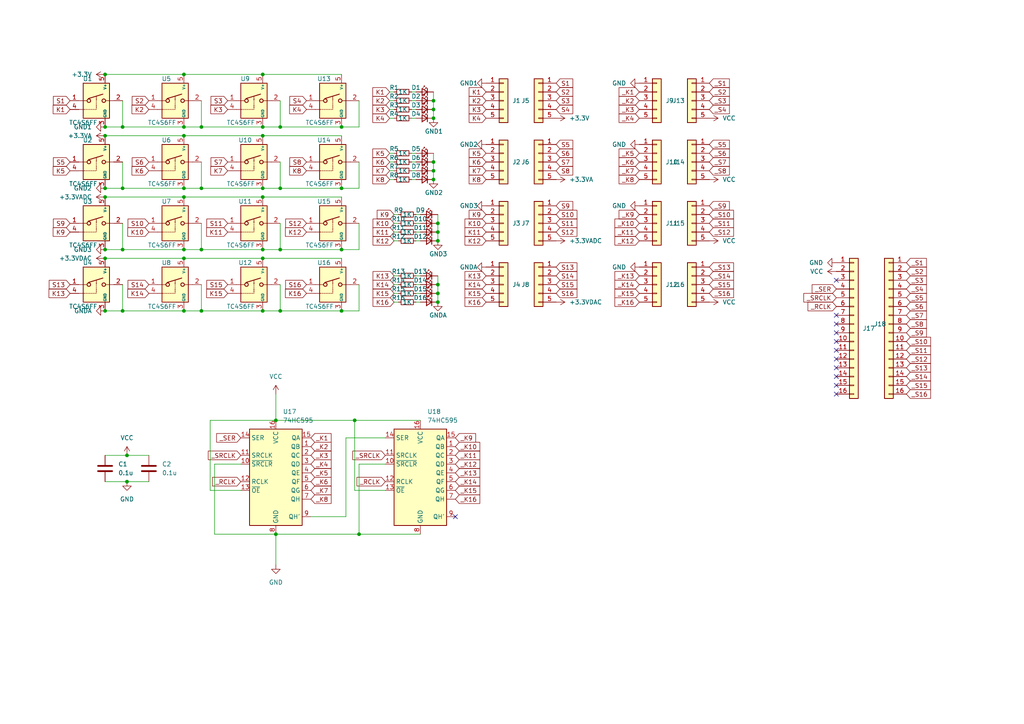
<source format=kicad_sch>
(kicad_sch (version 20211123) (generator eeschema)
  (paper "A4")
  (junction (at 76.2 54.61))
  (junction (at 53.34 57.15))
  (junction (at 30.48 74.93))
  (junction (at 53.34 90.17))
  (junction (at 125.73 29.21))
  (junction (at 30.48 57.15))
  (junction (at 127 69.85))
  (junction (at 76.2 39.37))
  (junction (at 53.34 72.39))
  (junction (at 58.42 36.83))
  (junction (at 36.83 132.08))
  (junction (at 76.2 36.83))
  (junction (at 76.2 72.39))
  (junction (at 53.34 21.59))
  (junction (at 80.01 154.94))
  (junction (at 81.28 54.61))
  (junction (at 35.56 90.17))
  (junction (at 127 67.31))
  (junction (at 53.34 54.61))
  (junction (at 30.48 90.17))
  (junction (at 30.48 72.39))
  (junction (at 36.83 139.7))
  (junction (at 99.06 72.39))
  (junction (at 76.2 57.15))
  (junction (at 53.34 39.37))
  (junction (at 76.2 90.17))
  (junction (at 35.56 72.39))
  (junction (at 30.48 36.83))
  (junction (at 125.73 34.29))
  (junction (at 35.56 54.61))
  (junction (at 81.28 90.17))
  (junction (at 81.28 72.39))
  (junction (at 127 87.63))
  (junction (at 58.42 90.17))
  (junction (at 127 64.77))
  (junction (at 30.48 39.37))
  (junction (at 76.2 21.59))
  (junction (at 30.48 21.59))
  (junction (at 99.06 36.83))
  (junction (at 30.48 54.61))
  (junction (at 58.42 54.61))
  (junction (at 58.42 72.39))
  (junction (at 127 82.55))
  (junction (at 35.56 36.83))
  (junction (at 76.2 74.93))
  (junction (at 99.06 54.61))
  (junction (at 127 85.09))
  (junction (at 125.73 49.53))
  (junction (at 125.73 46.99))
  (junction (at 81.28 36.83))
  (junction (at 53.34 74.93))
  (junction (at 125.73 52.07))
  (junction (at 102.87 121.92))
  (junction (at 99.06 90.17))
  (junction (at 80.01 121.92))
  (junction (at 104.14 154.94))
  (junction (at 53.34 36.83))
  (junction (at 125.73 31.75))
  (no_connect (at 132.08 149.86))
  (no_connect (at 242.57 93.98))
  (no_connect (at 242.57 101.6))
  (no_connect (at 242.57 114.3))
  (no_connect (at 242.57 81.28))
  (no_connect (at 242.57 106.68))
  (no_connect (at 242.57 91.44))
  (no_connect (at 242.57 104.14))
  (no_connect (at 242.57 96.52))
  (no_connect (at 242.57 99.06))
  (no_connect (at 242.57 109.22))
  (no_connect (at 242.57 111.76))
  (wire (pts (xy 53.34 90.17) (xy 58.42 90.17)))
  (wire (pts (xy 125.73 44.45) (xy 125.73 46.99)))
  (wire (pts (xy 113.03 31.75) (xy 114.3 31.75)))
  (wire (pts (xy 58.42 90.17) (xy 58.42 82.55)))
  (wire (pts (xy 53.34 36.83) (xy 58.42 36.83)))
  (wire (pts (xy 127 62.23) (xy 127 64.77)))
  (wire (pts (xy 81.28 54.61) (xy 81.28 46.99)))
  (wire (pts (xy 30.48 74.93) (xy 53.34 74.93)))
  (wire (pts (xy 35.56 90.17) (xy 35.56 82.55)))
  (wire (pts (xy 81.28 72.39) (xy 99.06 72.39)))
  (wire (pts (xy 81.28 72.39) (xy 81.28 64.77)))
  (wire (pts (xy 114.3 69.85) (xy 115.57 69.85)))
  (wire (pts (xy 35.56 72.39) (xy 53.34 72.39)))
  (wire (pts (xy 111.76 134.62) (xy 104.14 134.62)))
  (wire (pts (xy 120.65 82.55) (xy 121.92 82.55)))
  (wire (pts (xy 53.34 57.15) (xy 76.2 57.15)))
  (wire (pts (xy 127 64.77) (xy 127 67.31)))
  (wire (pts (xy 114.3 85.09) (xy 115.57 85.09)))
  (wire (pts (xy 35.56 36.83) (xy 53.34 36.83)))
  (wire (pts (xy 125.73 46.99) (xy 125.73 49.53)))
  (wire (pts (xy 99.06 54.61) (xy 104.14 54.61)))
  (wire (pts (xy 36.83 139.7) (xy 43.18 139.7)))
  (wire (pts (xy 99.06 90.17) (xy 104.14 90.17)))
  (wire (pts (xy 114.3 62.23) (xy 115.57 62.23)))
  (wire (pts (xy 58.42 36.83) (xy 58.42 29.21)))
  (wire (pts (xy 76.2 39.37) (xy 99.06 39.37)))
  (wire (pts (xy 35.56 72.39) (xy 35.56 64.77)))
  (wire (pts (xy 120.65 62.23) (xy 121.92 62.23)))
  (wire (pts (xy 30.48 54.61) (xy 35.56 54.61)))
  (wire (pts (xy 69.85 142.24) (xy 60.96 142.24)))
  (wire (pts (xy 119.38 52.07) (xy 120.65 52.07)))
  (wire (pts (xy 104.14 154.94) (xy 121.92 154.94)))
  (wire (pts (xy 119.38 49.53) (xy 120.65 49.53)))
  (wire (pts (xy 113.03 29.21) (xy 114.3 29.21)))
  (wire (pts (xy 104.14 72.39) (xy 104.14 64.77)))
  (wire (pts (xy 30.48 72.39) (xy 35.56 72.39)))
  (wire (pts (xy 36.83 132.08) (xy 43.18 132.08)))
  (wire (pts (xy 81.28 36.83) (xy 99.06 36.83)))
  (wire (pts (xy 120.65 85.09) (xy 121.92 85.09)))
  (wire (pts (xy 102.87 142.24) (xy 102.87 121.92)))
  (wire (pts (xy 114.3 80.01) (xy 115.57 80.01)))
  (wire (pts (xy 80.01 154.94) (xy 80.01 163.83)))
  (wire (pts (xy 104.14 134.62) (xy 104.14 154.94)))
  (wire (pts (xy 35.56 54.61) (xy 53.34 54.61)))
  (wire (pts (xy 127 85.09) (xy 127 87.63)))
  (wire (pts (xy 125.73 49.53) (xy 125.73 52.07)))
  (wire (pts (xy 104.14 54.61) (xy 104.14 46.99)))
  (wire (pts (xy 76.2 36.83) (xy 81.28 36.83)))
  (wire (pts (xy 76.2 54.61) (xy 81.28 54.61)))
  (wire (pts (xy 35.56 54.61) (xy 35.56 46.99)))
  (wire (pts (xy 125.73 29.21) (xy 125.73 31.75)))
  (wire (pts (xy 58.42 54.61) (xy 58.42 46.99)))
  (wire (pts (xy 80.01 114.3) (xy 80.01 121.92)))
  (wire (pts (xy 69.85 134.62) (xy 62.23 134.62)))
  (wire (pts (xy 58.42 36.83) (xy 76.2 36.83)))
  (wire (pts (xy 99.06 36.83) (xy 104.14 36.83)))
  (wire (pts (xy 114.3 67.31) (xy 115.57 67.31)))
  (wire (pts (xy 53.34 74.93) (xy 76.2 74.93)))
  (wire (pts (xy 104.14 90.17) (xy 104.14 82.55)))
  (wire (pts (xy 58.42 90.17) (xy 76.2 90.17)))
  (wire (pts (xy 120.65 87.63) (xy 121.92 87.63)))
  (wire (pts (xy 119.38 26.67) (xy 120.65 26.67)))
  (wire (pts (xy 30.48 139.7) (xy 36.83 139.7)))
  (wire (pts (xy 127 67.31) (xy 127 69.85)))
  (wire (pts (xy 80.01 121.92) (xy 102.87 121.92)))
  (wire (pts (xy 120.65 64.77) (xy 121.92 64.77)))
  (wire (pts (xy 120.65 67.31) (xy 121.92 67.31)))
  (wire (pts (xy 119.38 46.99) (xy 120.65 46.99)))
  (wire (pts (xy 114.3 87.63) (xy 115.57 87.63)))
  (wire (pts (xy 81.28 36.83) (xy 81.28 29.21)))
  (wire (pts (xy 62.23 134.62) (xy 62.23 154.94)))
  (wire (pts (xy 90.17 149.86) (xy 100.33 149.86)))
  (wire (pts (xy 113.03 46.99) (xy 114.3 46.99)))
  (wire (pts (xy 119.38 29.21) (xy 120.65 29.21)))
  (wire (pts (xy 62.23 154.94) (xy 80.01 154.94)))
  (wire (pts (xy 99.06 72.39) (xy 104.14 72.39)))
  (wire (pts (xy 58.42 72.39) (xy 58.42 64.77)))
  (wire (pts (xy 76.2 74.93) (xy 99.06 74.93)))
  (wire (pts (xy 53.34 54.61) (xy 58.42 54.61)))
  (wire (pts (xy 113.03 49.53) (xy 114.3 49.53)))
  (wire (pts (xy 76.2 72.39) (xy 81.28 72.39)))
  (wire (pts (xy 58.42 54.61) (xy 76.2 54.61)))
  (wire (pts (xy 119.38 44.45) (xy 120.65 44.45)))
  (wire (pts (xy 100.33 127) (xy 111.76 127)))
  (wire (pts (xy 30.48 132.08) (xy 36.83 132.08)))
  (wire (pts (xy 104.14 36.83) (xy 104.14 29.21)))
  (wire (pts (xy 53.34 72.39) (xy 58.42 72.39)))
  (wire (pts (xy 81.28 90.17) (xy 99.06 90.17)))
  (wire (pts (xy 119.38 31.75) (xy 120.65 31.75)))
  (wire (pts (xy 30.48 36.83) (xy 35.56 36.83)))
  (wire (pts (xy 58.42 72.39) (xy 76.2 72.39)))
  (wire (pts (xy 81.28 54.61) (xy 99.06 54.61)))
  (wire (pts (xy 76.2 57.15) (xy 99.06 57.15)))
  (wire (pts (xy 53.34 39.37) (xy 76.2 39.37)))
  (wire (pts (xy 76.2 21.59) (xy 99.06 21.59)))
  (wire (pts (xy 30.48 39.37) (xy 53.34 39.37)))
  (wire (pts (xy 127 80.01) (xy 127 82.55)))
  (wire (pts (xy 125.73 31.75) (xy 125.73 34.29)))
  (wire (pts (xy 113.03 26.67) (xy 114.3 26.67)))
  (wire (pts (xy 60.96 121.92) (xy 80.01 121.92)))
  (wire (pts (xy 114.3 82.55) (xy 115.57 82.55)))
  (wire (pts (xy 102.87 121.92) (xy 121.92 121.92)))
  (wire (pts (xy 100.33 149.86) (xy 100.33 127)))
  (wire (pts (xy 125.73 26.67) (xy 125.73 29.21)))
  (wire (pts (xy 120.65 80.01) (xy 121.92 80.01)))
  (wire (pts (xy 35.56 90.17) (xy 53.34 90.17)))
  (wire (pts (xy 81.28 90.17) (xy 81.28 82.55)))
  (wire (pts (xy 60.96 142.24) (xy 60.96 121.92)))
  (wire (pts (xy 114.3 64.77) (xy 115.57 64.77)))
  (wire (pts (xy 76.2 90.17) (xy 81.28 90.17)))
  (wire (pts (xy 30.48 21.59) (xy 53.34 21.59)))
  (wire (pts (xy 120.65 69.85) (xy 121.92 69.85)))
  (wire (pts (xy 30.48 90.17) (xy 35.56 90.17)))
  (wire (pts (xy 30.48 57.15) (xy 53.34 57.15)))
  (wire (pts (xy 113.03 44.45) (xy 114.3 44.45)))
  (wire (pts (xy 113.03 34.29) (xy 114.3 34.29)))
  (wire (pts (xy 80.01 154.94) (xy 104.14 154.94)))
  (wire (pts (xy 53.34 21.59) (xy 76.2 21.59)))
  (wire (pts (xy 113.03 52.07) (xy 114.3 52.07)))
  (wire (pts (xy 119.38 34.29) (xy 120.65 34.29)))
  (wire (pts (xy 111.76 142.24) (xy 102.87 142.24)))
  (wire (pts (xy 127 82.55) (xy 127 85.09)))
  (wire (pts (xy 35.56 36.83) (xy 35.56 29.21)))
  (global_label "S8" (shape input) (at 161.29 49.53 0) (property "シート間のリファレンス" "${INTERSHEET_REFS}" (effects hide)))
  (global_label "_K8" (shape input) (at 185.42 52.07 180) (property "シート間のリファレンス" "${INTERSHEET_REFS}" (effects hide)))
  (global_label "_S2" (shape input) (at 262.89 78.74 0) (property "シート間のリファレンス" "${INTERSHEET_REFS}" (effects hide)))
  (global_label "K12" (shape input) (at 88.9 67.31 180) (property "シート間のリファレンス" "${INTERSHEET_REFS}" (effects hide)))
  (global_label "S14" (shape input) (at 161.29 80.01 0) (property "シート間のリファレンス" "${INTERSHEET_REFS}" (effects hide)))
  (global_label "S1" (shape input) (at 161.29 24.13 0) (property "シート間のリファレンス" "${INTERSHEET_REFS}" (effects hide)))
  (global_label "_S5" (shape input) (at 262.89 86.36 0) (property "シート間のリファレンス" "${INTERSHEET_REFS}" (effects hide)))
  (global_label "K12" (shape input) (at 114.3 69.85 180) (property "シート間のリファレンス" "${INTERSHEET_REFS}" (effects hide)))
  (global_label "_S16" (shape input) (at 262.89 114.3 0) (property "シート間のリファレンス" "${INTERSHEET_REFS}" (effects hide)))
  (global_label "_K7" (shape input) (at 185.42 49.53 180) (property "シート間のリファレンス" "${INTERSHEET_REFS}" (effects hide)))
  (global_label "S4" (shape input) (at 88.9 29.21 180) (property "シート間のリファレンス" "${INTERSHEET_REFS}" (effects hide)))
  (global_label "_K3" (shape input) (at 90.17 132.08 0) (property "シート間のリファレンス" "${INTERSHEET_REFS}" (effects hide)))
  (global_label "S2" (shape input) (at 161.29 26.67 0) (property "シート間のリファレンス" "${INTERSHEET_REFS}" (effects hide)))
  (global_label "_S1" (shape input) (at 205.74 24.13 0) (property "シート間のリファレンス" "${INTERSHEET_REFS}" (effects hide)))
  (global_label "K2" (shape input) (at 43.18 31.75 180) (property "シート間のリファレンス" "${INTERSHEET_REFS}" (effects hide)))
  (global_label "S10" (shape input) (at 161.29 62.23 0) (property "シート間のリファレンス" "${INTERSHEET_REFS}" (effects hide)))
  (global_label "_S7" (shape input) (at 262.89 91.44 0) (property "シート間のリファレンス" "${INTERSHEET_REFS}" (effects hide)))
  (global_label "K15" (shape input) (at 114.3 85.09 180) (property "シート間のリファレンス" "${INTERSHEET_REFS}" (effects hide)))
  (global_label "K6" (shape input) (at 43.18 49.53 180) (property "シート間のリファレンス" "${INTERSHEET_REFS}" (effects hide)))
  (global_label "S11" (shape input) (at 161.29 64.77 0) (property "シート間のリファレンス" "${INTERSHEET_REFS}" (effects hide)))
  (global_label "K14" (shape input) (at 43.18 85.09 180) (property "シート間のリファレンス" "${INTERSHEET_REFS}" (effects hide)))
  (global_label "_S14" (shape input) (at 262.89 109.22 0) (property "シート間のリファレンス" "${INTERSHEET_REFS}" (effects hide)))
  (global_label "K2" (shape input) (at 113.03 29.21 180) (property "シート間のリファレンス" "${INTERSHEET_REFS}" (effects hide)))
  (global_label "_S8" (shape input) (at 205.74 49.53 0) (property "シート間のリファレンス" "${INTERSHEET_REFS}" (effects hide)))
  (global_label "_K13" (shape input) (at 185.42 80.01 180) (property "シート間のリファレンス" "${INTERSHEET_REFS}" (effects hide)))
  (global_label "_K11" (shape input) (at 185.42 67.31 180) (property "シート間のリファレンス" "${INTERSHEET_REFS}" (effects hide)))
  (global_label "K7" (shape input) (at 113.03 49.53 180) (property "シート間のリファレンス" "${INTERSHEET_REFS}" (effects hide)))
  (global_label "K9" (shape input) (at 114.3 62.23 180) (property "シート間のリファレンス" "${INTERSHEET_REFS}" (effects hide)))
  (global_label "_K5" (shape input) (at 185.42 44.45 180) (property "シート間のリファレンス" "${INTERSHEET_REFS}" (effects hide)))
  (global_label "_K6" (shape input) (at 90.17 139.7 0) (property "シート間のリファレンス" "${INTERSHEET_REFS}" (effects hide)))
  (global_label "_K14" (shape input) (at 185.42 82.55 180) (property "シート間のリファレンス" "${INTERSHEET_REFS}" (effects hide)))
  (global_label "S1" (shape input) (at 20.32 29.21 180) (property "シート間のリファレンス" "${INTERSHEET_REFS}" (effects hide)))
  (global_label "S5" (shape input) (at 20.32 46.99 180) (property "シート間のリファレンス" "${INTERSHEET_REFS}" (effects hide)))
  (global_label "S9" (shape input) (at 20.32 64.77 180) (property "シート間のリファレンス" "${INTERSHEET_REFS}" (effects hide)))
  (global_label "_S10" (shape input) (at 205.74 62.23 0) (property "シート間のリファレンス" "${INTERSHEET_REFS}" (effects hide)))
  (global_label "_K2" (shape input) (at 90.17 129.54 0) (property "シート間のリファレンス" "${INTERSHEET_REFS}" (effects hide)))
  (global_label "S15" (shape input) (at 161.29 82.55 0) (property "シート間のリファレンス" "${INTERSHEET_REFS}" (effects hide)))
  (global_label "_S6" (shape input) (at 262.89 88.9 0) (property "シート間のリファレンス" "${INTERSHEET_REFS}" (effects hide)))
  (global_label "_K12" (shape input) (at 185.42 69.85 180) (property "シート間のリファレンス" "${INTERSHEET_REFS}" (effects hide)))
  (global_label "K1" (shape input) (at 140.97 26.67 180) (property "シート間のリファレンス" "${INTERSHEET_REFS}" (effects hide)))
  (global_label "_K3" (shape input) (at 185.42 31.75 180) (property "シート間のリファレンス" "${INTERSHEET_REFS}" (effects hide)))
  (global_label "S12" (shape input) (at 88.9 64.77 180) (property "シート間のリファレンス" "${INTERSHEET_REFS}" (effects hide)))
  (global_label "K7" (shape input) (at 66.04 49.53 180) (property "シート間のリファレンス" "${INTERSHEET_REFS}" (effects hide)))
  (global_label "_RCLK" (shape input) (at 69.85 139.7 180) (property "シート間のリファレンス" "${INTERSHEET_REFS}" (effects hide)))
  (global_label "S9" (shape input) (at 161.29 59.69 0) (property "シート間のリファレンス" "${INTERSHEET_REFS}" (effects hide)))
  (global_label "_K4" (shape input) (at 185.42 34.29 180) (property "シート間のリファレンス" "${INTERSHEET_REFS}" (effects hide)))
  (global_label "K13" (shape input) (at 20.32 85.09 180) (property "シート間のリファレンス" "${INTERSHEET_REFS}" (effects hide)))
  (global_label "_K5" (shape input) (at 90.17 137.16 0) (property "シート間のリファレンス" "${INTERSHEET_REFS}" (effects hide)))
  (global_label "_S14" (shape input) (at 205.74 80.01 0) (property "シート間のリファレンス" "${INTERSHEET_REFS}" (effects hide)))
  (global_label "_RCLK" (shape input) (at 242.57 88.9 180) (property "シート間のリファレンス" "${INTERSHEET_REFS}" (effects hide)))
  (global_label "K6" (shape input) (at 140.97 46.99 180) (property "シート間のリファレンス" "${INTERSHEET_REFS}" (effects hide)))
  (global_label "K8" (shape input) (at 140.97 52.07 180) (property "シート間のリファレンス" "${INTERSHEET_REFS}" (effects hide)))
  (global_label "K13" (shape input) (at 114.3 80.01 180) (property "シート間のリファレンス" "${INTERSHEET_REFS}" (effects hide)))
  (global_label "_K16" (shape input) (at 185.42 87.63 180) (property "シート間のリファレンス" "${INTERSHEET_REFS}" (effects hide)))
  (global_label "_S13" (shape input) (at 205.74 77.47 0) (property "シート間のリファレンス" "${INTERSHEET_REFS}" (effects hide)))
  (global_label "K10" (shape input) (at 43.18 67.31 180) (property "シート間のリファレンス" "${INTERSHEET_REFS}" (effects hide)))
  (global_label "K10" (shape input) (at 140.97 64.77 180) (property "シート間のリファレンス" "${INTERSHEET_REFS}" (effects hide)))
  (global_label "K11" (shape input) (at 66.04 67.31 180) (property "シート間のリファレンス" "${INTERSHEET_REFS}" (effects hide)))
  (global_label "K7" (shape input) (at 140.97 49.53 180) (property "シート間のリファレンス" "${INTERSHEET_REFS}" (effects hide)))
  (global_label "_K8" (shape input) (at 90.17 144.78 0) (property "シート間のリファレンス" "${INTERSHEET_REFS}" (effects hide)))
  (global_label "_K16" (shape input) (at 132.08 144.78 0) (property "シート間のリファレンス" "${INTERSHEET_REFS}" (effects hide)))
  (global_label "K16" (shape input) (at 114.3 87.63 180) (property "シート間のリファレンス" "${INTERSHEET_REFS}" (effects hide)))
  (global_label "_S7" (shape input) (at 205.74 46.99 0) (property "シート間のリファレンス" "${INTERSHEET_REFS}" (effects hide)))
  (global_label "K4" (shape input) (at 140.97 34.29 180) (property "シート間のリファレンス" "${INTERSHEET_REFS}" (effects hide)))
  (global_label "_S2" (shape input) (at 205.74 26.67 0) (property "シート間のリファレンス" "${INTERSHEET_REFS}" (effects hide)))
  (global_label "K13" (shape input) (at 140.97 80.01 180) (property "シート間のリファレンス" "${INTERSHEET_REFS}" (effects hide)))
  (global_label "S7" (shape input) (at 66.04 46.99 180) (property "シート間のリファレンス" "${INTERSHEET_REFS}" (effects hide)))
  (global_label "K3" (shape input) (at 66.04 31.75 180) (property "シート間のリファレンス" "${INTERSHEET_REFS}" (effects hide)))
  (global_label "S8" (shape input) (at 88.9 46.99 180) (property "シート間のリファレンス" "${INTERSHEET_REFS}" (effects hide)))
  (global_label "K9" (shape input) (at 140.97 62.23 180) (property "シート間のリファレンス" "${INTERSHEET_REFS}" (effects hide)))
  (global_label "_S13" (shape input) (at 262.89 106.68 0) (property "シート間のリファレンス" "${INTERSHEET_REFS}" (effects hide)))
  (global_label "S5" (shape input) (at 161.29 41.91 0) (property "シート間のリファレンス" "${INTERSHEET_REFS}" (effects hide)))
  (global_label "_K14" (shape input) (at 132.08 139.7 0) (property "シート間のリファレンス" "${INTERSHEET_REFS}" (effects hide)))
  (global_label "K5" (shape input) (at 140.97 44.45 180) (property "シート間のリファレンス" "${INTERSHEET_REFS}" (effects hide)))
  (global_label "S16" (shape input) (at 161.29 85.09 0) (property "シート間のリファレンス" "${INTERSHEET_REFS}" (effects hide)))
  (global_label "K6" (shape input) (at 113.03 46.99 180) (property "シート間のリファレンス" "${INTERSHEET_REFS}" (effects hide)))
  (global_label "K1" (shape input) (at 20.32 31.75 180) (property "シート間のリファレンス" "${INTERSHEET_REFS}" (effects hide)))
  (global_label "S13" (shape input) (at 161.29 77.47 0) (property "シート間のリファレンス" "${INTERSHEET_REFS}" (effects hide)))
  (global_label "_K10" (shape input) (at 185.42 64.77 180) (property "シート間のリファレンス" "${INTERSHEET_REFS}" (effects hide)))
  (global_label "K15" (shape input) (at 140.97 85.09 180) (property "シート間のリファレンス" "${INTERSHEET_REFS}" (effects hide)))
  (global_label "S14" (shape input) (at 43.18 82.55 180) (property "シート間のリファレンス" "${INTERSHEET_REFS}" (effects hide)))
  (global_label "S11" (shape input) (at 66.04 64.77 180) (property "シート間のリファレンス" "${INTERSHEET_REFS}" (effects hide)))
  (global_label "S3" (shape input) (at 66.04 29.21 180) (property "シート間のリファレンス" "${INTERSHEET_REFS}" (effects hide)))
  (global_label "_S15" (shape input) (at 205.74 82.55 0) (property "シート間のリファレンス" "${INTERSHEET_REFS}" (effects hide)))
  (global_label "S13" (shape input) (at 20.32 82.55 180) (property "シート間のリファレンス" "${INTERSHEET_REFS}" (effects hide)))
  (global_label "S7" (shape input) (at 161.29 46.99 0) (property "シート間のリファレンス" "${INTERSHEET_REFS}" (effects hide)))
  (global_label "_S6" (shape input) (at 205.74 44.45 0) (property "シート間のリファレンス" "${INTERSHEET_REFS}" (effects hide)))
  (global_label "K4" (shape input) (at 88.9 31.75 180) (property "シート間のリファレンス" "${INTERSHEET_REFS}" (effects hide)))
  (global_label "_S1" (shape input) (at 262.89 76.2 0) (property "シート間のリファレンス" "${INTERSHEET_REFS}" (effects hide)))
  (global_label "_K2" (shape input) (at 185.42 29.21 180) (property "シート間のリファレンス" "${INTERSHEET_REFS}" (effects hide)))
  (global_label "K1" (shape input) (at 113.03 26.67 180) (property "シート間のリファレンス" "${INTERSHEET_REFS}" (effects hide)))
  (global_label "_S15" (shape input) (at 262.89 111.76 0) (property "シート間のリファレンス" "${INTERSHEET_REFS}" (effects hide)))
  (global_label "_S12" (shape input) (at 205.74 67.31 0) (property "シート間のリファレンス" "${INTERSHEET_REFS}" (effects hide)))
  (global_label "_S12" (shape input) (at 262.89 104.14 0) (property "シート間のリファレンス" "${INTERSHEET_REFS}" (effects hide)))
  (global_label "_K1" (shape input) (at 90.17 127 0) (property "シート間のリファレンス" "${INTERSHEET_REFS}" (effects hide)))
  (global_label "K2" (shape input) (at 140.97 29.21 180) (property "シート間のリファレンス" "${INTERSHEET_REFS}" (effects hide)))
  (global_label "_S11" (shape input) (at 205.74 64.77 0) (property "シート間のリファレンス" "${INTERSHEET_REFS}" (effects hide)))
  (global_label "S16" (shape input) (at 88.9 82.55 180) (property "シート間のリファレンス" "${INTERSHEET_REFS}" (effects hide)))
  (global_label "_S3" (shape input) (at 262.89 81.28 0) (property "シート間のリファレンス" "${INTERSHEET_REFS}" (effects hide)))
  (global_label "K14" (shape input) (at 140.97 82.55 180) (property "シート間のリファレンス" "${INTERSHEET_REFS}" (effects hide)))
  (global_label "_K1" (shape input) (at 185.42 26.67 180) (property "シート間のリファレンス" "${INTERSHEET_REFS}" (effects hide)))
  (global_label "K4" (shape input) (at 113.03 34.29 180) (property "シート間のリファレンス" "${INTERSHEET_REFS}" (effects hide)))
  (global_label "_S11" (shape input) (at 262.89 101.6 0) (property "シート間のリファレンス" "${INTERSHEET_REFS}" (effects hide)))
  (global_label "_S9" (shape input) (at 205.74 59.69 0) (property "シート間のリファレンス" "${INTERSHEET_REFS}" (effects hide)))
  (global_label "K8" (shape input) (at 113.03 52.07 180) (property "シート間のリファレンス" "${INTERSHEET_REFS}" (effects hide)))
  (global_label "_K10" (shape input) (at 132.08 129.54 0) (property "シート間のリファレンス" "${INTERSHEET_REFS}" (effects hide)))
  (global_label "_K7" (shape input) (at 90.17 142.24 0) (property "シート間のリファレンス" "${INTERSHEET_REFS}" (effects hide)))
  (global_label "_SRCLK" (shape input) (at 69.85 132.08 180) (property "シート間のリファレンス" "${INTERSHEET_REFS}" (effects hide)))
  (global_label "_K13" (shape input) (at 132.08 137.16 0) (property "シート間のリファレンス" "${INTERSHEET_REFS}" (effects hide)))
  (global_label "_K15" (shape input) (at 185.42 85.09 180) (property "シート間のリファレンス" "${INTERSHEET_REFS}" (effects hide)))
  (global_label "_K9" (shape input) (at 132.08 127 0) (property "シート間のリファレンス" "${INTERSHEET_REFS}" (effects hide)))
  (global_label "_K11" (shape input) (at 132.08 132.08 0) (property "シート間のリファレンス" "${INTERSHEET_REFS}" (effects hide)))
  (global_label "_S3" (shape input) (at 205.74 29.21 0) (property "シート間のリファレンス" "${INTERSHEET_REFS}" (effects hide)))
  (global_label "K11" (shape input) (at 114.3 67.31 180) (property "シート間のリファレンス" "${INTERSHEET_REFS}" (effects hide)))
  (global_label "K10" (shape input) (at 114.3 64.77 180) (property "シート間のリファレンス" "${INTERSHEET_REFS}" (effects hide)))
  (global_label "S12" (shape input) (at 161.29 67.31 0) (property "シート間のリファレンス" "${INTERSHEET_REFS}" (effects hide)))
  (global_label "K16" (shape input) (at 88.9 85.09 180) (property "シート間のリファレンス" "${INTERSHEET_REFS}" (effects hide)))
  (global_label "S6" (shape input) (at 43.18 46.99 180) (property "シート間のリファレンス" "${INTERSHEET_REFS}" (effects hide)))
  (global_label "K14" (shape input) (at 114.3 82.55 180) (property "シート間のリファレンス" "${INTERSHEET_REFS}" (effects hide)))
  (global_label "S3" (shape input) (at 161.29 29.21 0) (property "シート間のリファレンス" "${INTERSHEET_REFS}" (effects hide)))
  (global_label "_K9" (shape input) (at 185.42 62.23 180) (property "シート間のリファレンス" "${INTERSHEET_REFS}" (effects hide)))
  (global_label "K5" (shape input) (at 113.03 44.45 180) (property "シート間のリファレンス" "${INTERSHEET_REFS}" (effects hide)))
  (global_label "K8" (shape input) (at 88.9 49.53 180) (property "シート間のリファレンス" "${INTERSHEET_REFS}" (effects hide)))
  (global_label "S6" (shape input) (at 161.29 44.45 0) (property "シート間のリファレンス" "${INTERSHEET_REFS}" (effects hide)))
  (global_label "_S4" (shape input) (at 205.74 31.75 0) (property "シート間のリファレンス" "${INTERSHEET_REFS}" (effects hide)))
  (global_label "_RCLK" (shape input) (at 111.76 139.7 180) (property "シート間のリファレンス" "${INTERSHEET_REFS}" (effects hide)))
  (global_label "K16" (shape input) (at 140.97 87.63 180) (property "シート間のリファレンス" "${INTERSHEET_REFS}" (effects hide)))
  (global_label "S2" (shape input) (at 43.18 29.21 180) (property "シート間のリファレンス" "${INTERSHEET_REFS}" (effects hide)))
  (global_label "_S8" (shape input) (at 262.89 93.98 0) (property "シート間のリファレンス" "${INTERSHEET_REFS}" (effects hide)))
  (global_label "_SER" (shape input) (at 242.57 83.82 180) (property "シート間のリファレンス" "${INTERSHEET_REFS}" (effects hide)))
  (global_label "K5" (shape input) (at 20.32 49.53 180) (property "シート間のリファレンス" "${INTERSHEET_REFS}" (effects hide)))
  (global_label "K9" (shape input) (at 20.32 67.31 180) (property "シート間のリファレンス" "${INTERSHEET_REFS}" (effects hide)))
  (global_label "K3" (shape input) (at 113.03 31.75 180) (property "シート間のリファレンス" "${INTERSHEET_REFS}" (effects hide)))
  (global_label "_K12" (shape input) (at 132.08 134.62 0) (property "シート間のリファレンス" "${INTERSHEET_REFS}" (effects hide)))
  (global_label "_SRCLK" (shape input) (at 242.57 86.36 180) (property "シート間のリファレンス" "${INTERSHEET_REFS}" (effects hide)))
  (global_label "_S16" (shape input) (at 205.74 85.09 0) (property "シート間のリファレンス" "${INTERSHEET_REFS}" (effects hide)))
  (global_label "_K4" (shape input) (at 90.17 134.62 0) (property "シート間のリファレンス" "${INTERSHEET_REFS}" (effects hide)))
  (global_label "S15" (shape input) (at 66.04 82.55 180) (property "シート間のリファレンス" "${INTERSHEET_REFS}" (effects hide)))
  (global_label "_SRCLK" (shape input) (at 111.76 132.08 180) (property "シート間のリファレンス" "${INTERSHEET_REFS}" (effects hide)))
  (global_label "_K15" (shape input) (at 132.08 142.24 0) (property "シート間のリファレンス" "${INTERSHEET_REFS}" (effects hide)))
  (global_label "_S9" (shape input) (at 262.89 96.52 0) (property "シート間のリファレンス" "${INTERSHEET_REFS}" (effects hide)))
  (global_label "_K6" (shape input) (at 185.42 46.99 180) (property "シート間のリファレンス" "${INTERSHEET_REFS}" (effects hide)))
  (global_label "K3" (shape input) (at 140.97 31.75 180) (property "シート間のリファレンス" "${INTERSHEET_REFS}" (effects hide)))
  (global_label "S4" (shape input) (at 161.29 31.75 0) (property "シート間のリファレンス" "${INTERSHEET_REFS}" (effects hide)))
  (global_label "_S5" (shape input) (at 205.74 41.91 0) (property "シート間のリファレンス" "${INTERSHEET_REFS}" (effects hide)))
  (global_label "_S4" (shape input) (at 262.89 83.82 0) (property "シート間のリファレンス" "${INTERSHEET_REFS}" (effects hide)))
  (global_label "_SER" (shape input) (at 69.85 127 180) (property "シート間のリファレンス" "${INTERSHEET_REFS}" (effects hide)))
  (global_label "K11" (shape input) (at 140.97 67.31 180) (property "シート間のリファレンス" "${INTERSHEET_REFS}" (effects hide)))
  (global_label "_S10" (shape input) (at 262.89 99.06 0) (property "シート間のリファレンス" "${INTERSHEET_REFS}" (effects hide)))
  (global_label "S10" (shape input) (at 43.18 64.77 180) (property "シート間のリファレンス" "${INTERSHEET_REFS}" (effects hide)))
  (global_label "K15" (shape input) (at 66.04 85.09 180) (property "シート間のリファレンス" "${INTERSHEET_REFS}" (effects hide)))
  (global_label "K12" (shape input) (at 140.97 69.85 180) (property "シート間のリファレンス" "${INTERSHEET_REFS}" (effects hide)))
  (symbol (lib_id "Connector_Generic:Conn_01x05") (at 156.21 82.55 0) (mirror y) (unit 1)
    (property "Reference" "J8" (at 152.4 82.55 0))
    (property "Value" "Conn_01x05" (effects hide))
    (property "Footprint" "Connector_PinHeader_2.54mm:PinHeader_1x05_P2.54mm_Vertical" (effects hide))
  )
  (symbol (lib_id "Analog_Switch:TS5A3166DBVR") (at 50.8 64.77 0) (unit 1)
    (property "Reference" "U7" (at 48.26 58.42 0))
    (property "Value" "TC4S6FF" (at 46.99 71.12 0))
    (property "Footprint" "Package_TO_SOT_SMD:SOT-23-5" (effects hide))
    (property "Datasheet" " http://www.ti.com/lit/ds/symlink/ts5a3166.pdf" (effects hide))
  )
  (symbol (lib_id "Device:LED_Small") (at 124.46 87.63 0) (mirror y) (unit 1)
    (property "Reference" "D16" (at 121.92 86.36 0))
    (property "Value" "LED_Small" (effects hide))
    (property "Footprint" "LED_SMD:LED_0603_1608Metric_Pad1.05x0.95mm_HandSolder" (effects hide))
  )
  (symbol (lib_id "Connector_Generic:Conn_01x05") (at 200.66 82.55 0) (mirror y) (unit 1)
    (property "Reference" "J16" (at 196.85 82.55 0))
    (property "Value" "Conn_01x05" (effects hide))
    (property "Footprint" "Connector_PinHeader_2.54mm:PinHeader_1x05_P2.54mm_Vertical" (effects hide))
  )
  (symbol (lib_id "Device:LED_Small") (at 123.19 34.29 0) (mirror y) (unit 1)
    (property "Reference" "D4" (at 120.65 33.02 0))
    (property "Value" "LED_Small" (effects hide))
    (property "Footprint" "LED_SMD:LED_0603_1608Metric_Pad1.05x0.95mm_HandSolder" (effects hide))
  )
  (symbol (lib_id "Device:R_Small") (at 118.11 87.63 90) (unit 1)
    (property "Reference" "R16" (at 115.57 86.36 90))
    (property "Value" "1K" (at 118.11 87.63 90))
    (property "Footprint" "Resistor_SMD:R_0603_1608Metric_Pad0.98x0.95mm_HandSolder" (effects hide))
  )
  (symbol (lib_id "Analog_Switch:TS5A3166DBVR") (at 73.66 46.99 0) (unit 1)
    (property "Reference" "U10" (at 71.12 40.64 0))
    (property "Value" "TC4S6FF" (at 69.85 53.34 0))
    (property "Footprint" "Package_TO_SOT_SMD:SOT-23-5" (effects hide))
    (property "Datasheet" " http://www.ti.com/lit/ds/symlink/ts5a3166.pdf" (effects hide))
  )
  (symbol (lib_id "power:+3.3V") (at 30.48 21.59 90) (unit 1)
    (property "Reference" "#PWR01" (effects hide))
    (property "Value" "+3.3V" (at 26.67 21.5899 90) (effects (justify left)))
  )
  (symbol (lib_id "Device:LED_Small") (at 123.19 31.75 0) (mirror y) (unit 1)
    (property "Reference" "D3" (at 120.65 30.48 0))
    (property "Value" "LED_Small" (effects hide))
    (property "Footprint" "LED_SMD:LED_0603_1608Metric_Pad1.05x0.95mm_HandSolder" (effects hide))
  )
  (symbol (lib_id "Connector_Generic:Conn_01x05") (at 146.05 82.55 0) (unit 1)
    (property "Reference" "J4" (at 148.59 82.5499 0) (effects (justify left)))
    (property "Value" "Conn_01x05" (effects hide))
    (property "Footprint" "Connector_PinHeader_2.54mm:PinHeader_1x05_P2.54mm_Vertical" (effects hide))
  )
  (symbol (lib_id "power:VCC") (at 205.74 69.85 270) (unit 1)
    (property "Reference" "#PWR027" (effects hide))
    (property "Value" "VCC" (at 209.55 69.8499 90) (effects (justify left)))
  )
  (symbol (lib_id "power:VCC") (at 205.74 34.29 270) (unit 1)
    (property "Reference" "#PWR025" (effects hide))
    (property "Value" "VCC" (at 209.55 34.2899 90) (effects (justify left)))
  )
  (symbol (lib_id "Device:R_Small") (at 118.11 64.77 90) (unit 1)
    (property "Reference" "R10" (at 115.57 63.5 90))
    (property "Value" "1K" (at 118.11 64.77 90))
    (property "Footprint" "Resistor_SMD:R_0603_1608Metric_Pad0.98x0.95mm_HandSolder" (effects hide))
  )
  (symbol (lib_id "power:GND1") (at 30.48 36.83 270) (unit 1)
    (property "Reference" "#PWR02" (effects hide))
    (property "Value" "GND1" (at 26.67 36.8299 90) (effects (justify right)))
  )
  (symbol (lib_id "power:GND1") (at 125.73 34.29 0) (unit 1)
    (property "Reference" "#PWR017" (effects hide))
    (property "Value" "GND1" (at 123.19 38.1 0) (effects (justify left)))
  )
  (symbol (lib_id "power:+3.3VA") (at 161.29 52.07 270) (unit 1)
    (property "Reference" "#PWR014" (effects hide))
    (property "Value" "+3.3VA" (at 165.1 52.0699 90) (effects (justify left)))
  )
  (symbol (lib_id "power:GND3") (at 127 69.85 0) (unit 1)
    (property "Reference" "#PWR019" (effects hide))
    (property "Value" "GND3" (at 124.46 73.66 0) (effects (justify left)))
  )
  (symbol (lib_id "74xx:74HC595") (at 121.92 137.16 0) (unit 1)
    (property "Reference" "U18" (at 123.9394 119.38 0) (effects (justify left)))
    (property "Value" "74HC595" (at 123.9394 121.92 0) (effects (justify left)))
    (property "Footprint" "74HC:DIP_74HC595" (effects hide))
    (property "Datasheet" "http://www.ti.com/lit/ds/symlink/sn74hc595.pdf" (effects hide))
  )
  (symbol (lib_id "Device:LED_Small") (at 124.46 67.31 0) (mirror y) (unit 1)
    (property "Reference" "D11" (at 121.92 66.04 0))
    (property "Value" "LED_Small" (effects hide))
    (property "Footprint" "LED_SMD:LED_0603_1608Metric_Pad1.05x0.95mm_HandSolder" (effects hide))
  )
  (symbol (lib_id "power:GND2") (at 125.73 52.07 0) (unit 1)
    (property "Reference" "#PWR018" (effects hide))
    (property "Value" "GND2" (at 123.19 55.88 0) (effects (justify left)))
  )
  (symbol (lib_id "Device:LED_Small") (at 123.19 29.21 0) (mirror y) (unit 1)
    (property "Reference" "D2" (at 120.65 27.94 0))
    (property "Value" "LED_Small" (effects hide))
    (property "Footprint" "LED_SMD:LED_0603_1608Metric_Pad1.05x0.95mm_HandSolder" (effects hide))
  )
  (symbol (lib_id "power:VCC") (at 242.57 78.74 90) (mirror x) (unit 1)
    (property "Reference" "#PWR034" (effects hide))
    (property "Value" "VCC" (at 234.95 78.74 90) (effects (justify right)))
  )
  (symbol (lib_id "Device:R_Small") (at 118.11 82.55 90) (unit 1)
    (property "Reference" "R14" (at 115.57 81.28 90))
    (property "Value" "1K" (at 118.11 82.55 90))
    (property "Footprint" "Resistor_SMD:R_0603_1608Metric_Pad0.98x0.95mm_HandSolder" (effects hide))
  )
  (symbol (lib_id "power:+3.3VADC") (at 30.48 57.15 90) (unit 1)
    (property "Reference" "#PWR05" (effects hide))
    (property "Value" "+3.3VADC" (at 26.67 57.1499 90) (effects (justify left)))
  )
  (symbol (lib_id "power:GND3") (at 140.97 59.69 270) (unit 1)
    (property "Reference" "#PWR011" (effects hide))
    (property "Value" "GND3" (at 133.35 59.69 90) (effects (justify left)))
  )
  (symbol (lib_id "Analog_Switch:TS5A3166DBVR") (at 27.94 46.99 0) (unit 1)
    (property "Reference" "U2" (at 25.4 40.64 0))
    (property "Value" "TC4S6FF" (at 24.13 53.34 0))
    (property "Footprint" "Package_TO_SOT_SMD:SOT-23-5" (effects hide))
    (property "Datasheet" " http://www.ti.com/lit/ds/symlink/ts5a3166.pdf" (effects hide))
  )
  (symbol (lib_id "Device:C") (at 30.48 135.89 0) (unit 1)
    (property "Reference" "C1" (at 34.29 134.6199 0) (effects (justify left)))
    (property "Value" "0.1u" (at 34.29 137.1599 0) (effects (justify left)))
    (property "Footprint" "Capacitor_SMD:C_0805_2012Metric" (effects hide))
  )
  (symbol (lib_id "Connector_Generic:Conn_01x05") (at 200.66 64.77 0) (mirror y) (unit 1)
    (property "Reference" "J15" (at 196.85 64.77 0))
    (property "Value" "Conn_01x05" (effects hide))
    (property "Footprint" "Connector_PinHeader_2.54mm:PinHeader_1x05_P2.54mm_Vertical" (effects hide))
  )
  (symbol (lib_id "Connector_Generic:Conn_01x16") (at 257.81 93.98 0) (mirror y) (unit 1)
    (property "Reference" "J18" (at 255.27 93.98 0))
    (property "Value" "Conn_01x16" (effects hide))
    (property "Footprint" "Connector_PinHeader_2.54mm:PinHeader_1x16_P2.54mm_Vertical" (effects hide))
  )
  (symbol (lib_id "power:GNDA") (at 140.97 77.47 270) (unit 1)
    (property "Reference" "#PWR012" (effects hide))
    (property "Value" "GNDA" (at 133.35 77.47 90) (effects (justify left)))
  )
  (symbol (lib_id "Connector_Generic:Conn_01x05") (at 146.05 29.21 0) (unit 1)
    (property "Reference" "J1" (at 148.59 29.2099 0) (effects (justify left)))
    (property "Value" "Conn_01x05" (effects hide))
    (property "Footprint" "Connector_PinHeader_2.54mm:PinHeader_1x05_P2.54mm_Vertical" (effects hide))
  )
  (symbol (lib_id "power:+3.3VDAC") (at 161.29 87.63 270) (unit 1)
    (property "Reference" "#PWR016" (effects hide))
    (property "Value" "+3.3VDAC" (at 165.1 87.6299 90) (effects (justify left)))
  )
  (symbol (lib_id "Device:LED_Small") (at 123.19 46.99 0) (mirror y) (unit 1)
    (property "Reference" "D6" (at 120.65 45.72 0))
    (property "Value" "LED_Small" (effects hide))
    (property "Footprint" "LED_SMD:LED_0603_1608Metric_Pad1.05x0.95mm_HandSolder" (effects hide))
  )
  (symbol (lib_id "Analog_Switch:TS5A3166DBVR") (at 50.8 46.99 0) (unit 1)
    (property "Reference" "U6" (at 48.26 40.64 0))
    (property "Value" "TC4S6FF" (at 46.99 53.34 0))
    (property "Footprint" "Package_TO_SOT_SMD:SOT-23-5" (effects hide))
    (property "Datasheet" " http://www.ti.com/lit/ds/symlink/ts5a3166.pdf" (effects hide))
  )
  (symbol (lib_id "Device:LED_Small") (at 124.46 85.09 0) (mirror y) (unit 1)
    (property "Reference" "D15" (at 121.92 83.82 0))
    (property "Value" "LED_Small" (effects hide))
    (property "Footprint" "LED_SMD:LED_0603_1608Metric_Pad1.05x0.95mm_HandSolder" (effects hide))
  )
  (symbol (lib_id "Device:LED_Small") (at 123.19 26.67 0) (mirror y) (unit 1)
    (property "Reference" "D1" (at 120.65 25.4 0))
    (property "Value" "LED_Small" (effects hide))
    (property "Footprint" "LED_SMD:LED_0603_1608Metric_Pad1.05x0.95mm_HandSolder" (effects hide))
  )
  (symbol (lib_id "Device:R_Small") (at 118.11 62.23 90) (unit 1)
    (property "Reference" "R9" (at 115.57 60.96 90))
    (property "Value" "1K" (at 118.11 62.23 90))
    (property "Footprint" "Resistor_SMD:R_0603_1608Metric_Pad0.98x0.95mm_HandSolder" (effects hide))
  )
  (symbol (lib_id "Connector_Generic:Conn_01x05") (at 200.66 46.99 0) (mirror y) (unit 1)
    (property "Reference" "J14" (at 196.85 46.99 0))
    (property "Value" "Conn_01x05" (effects hide))
    (property "Footprint" "Connector_PinHeader_2.54mm:PinHeader_1x05_P2.54mm_Vertical" (effects hide))
  )
  (symbol (lib_id "Device:C") (at 43.18 135.89 0) (unit 1)
    (property "Reference" "C2" (at 46.99 134.6199 0) (effects (justify left)))
    (property "Value" "0.1u" (at 46.99 137.1599 0) (effects (justify left)))
    (property "Footprint" "Capacitor_SMD:C_0805_2012Metric" (effects hide))
  )
  (symbol (lib_id "Device:LED_Small") (at 124.46 82.55 0) (mirror y) (unit 1)
    (property "Reference" "D14" (at 121.92 81.28 0))
    (property "Value" "LED_Small" (effects hide))
    (property "Footprint" "LED_SMD:LED_0603_1608Metric_Pad1.05x0.95mm_HandSolder" (effects hide))
  )
  (symbol (lib_id "Device:R_Small") (at 118.11 67.31 90) (unit 1)
    (property "Reference" "R11" (at 115.57 66.04 90))
    (property "Value" "1K" (at 118.11 67.31 90))
    (property "Footprint" "Resistor_SMD:R_0603_1608Metric_Pad0.98x0.95mm_HandSolder" (effects hide))
  )
  (symbol (lib_id "Connector_Generic:Conn_01x05") (at 190.5 46.99 0) (unit 1)
    (property "Reference" "J10" (at 193.04 46.9899 0) (effects (justify left)))
    (property "Value" "Conn_01x05" (effects hide))
    (property "Footprint" "Connector_PinHeader_2.54mm:PinHeader_1x05_P2.54mm_Vertical" (effects hide))
  )
  (symbol (lib_id "Connector_Generic:Conn_01x05") (at 190.5 64.77 0) (unit 1)
    (property "Reference" "J11" (at 193.04 64.7699 0) (effects (justify left)))
    (property "Value" "Conn_01x05" (effects hide))
    (property "Footprint" "Connector_PinHeader_2.54mm:PinHeader_1x05_P2.54mm_Vertical" (effects hide))
  )
  (symbol (lib_id "Analog_Switch:TS5A3166DBVR") (at 73.66 64.77 0) (unit 1)
    (property "Reference" "U11" (at 71.12 58.42 0))
    (property "Value" "TC4S6FF" (at 69.85 71.12 0))
    (property "Footprint" "Package_TO_SOT_SMD:SOT-23-5" (effects hide))
    (property "Datasheet" " http://www.ti.com/lit/ds/symlink/ts5a3166.pdf" (effects hide))
  )
  (symbol (lib_id "Connector_Generic:Conn_01x05") (at 146.05 64.77 0) (unit 1)
    (property "Reference" "J3" (at 148.59 64.7699 0) (effects (justify left)))
    (property "Value" "Conn_01x05" (effects hide))
    (property "Footprint" "Connector_PinHeader_2.54mm:PinHeader_1x05_P2.54mm_Vertical" (effects hide))
  )
  (symbol (lib_id "Connector_Generic:Conn_01x05") (at 200.66 29.21 0) (mirror y) (unit 1)
    (property "Reference" "J13" (at 196.85 29.21 0))
    (property "Value" "Conn_01x05" (effects hide))
    (property "Footprint" "Connector_PinHeader_2.54mm:PinHeader_1x05_P2.54mm_Vertical" (effects hide))
  )
  (symbol (lib_id "power:VCC") (at 36.83 132.08 0) (unit 1)
    (property "Reference" "#PWR029" (effects hide))
    (property "Value" "VCC" (at 36.83 127 0))
  )
  (symbol (lib_id "Device:R_Small") (at 118.11 80.01 90) (unit 1)
    (property "Reference" "R13" (at 115.57 78.74 90))
    (property "Value" "1K" (at 118.11 80.01 90))
    (property "Footprint" "Resistor_SMD:R_0603_1608Metric_Pad0.98x0.95mm_HandSolder" (effects hide))
  )
  (symbol (lib_id "Analog_Switch:TS5A3166DBVR") (at 96.52 64.77 0) (unit 1)
    (property "Reference" "U15" (at 93.98 58.42 0))
    (property "Value" "TC4S6FF" (at 92.71 71.12 0))
    (property "Footprint" "Package_TO_SOT_SMD:SOT-23-5" (effects hide))
    (property "Datasheet" " http://www.ti.com/lit/ds/symlink/ts5a3166.pdf" (effects hide))
  )
  (symbol (lib_id "power:GND") (at 185.42 41.91 270) (unit 1)
    (property "Reference" "#PWR022" (effects hide))
    (property "Value" "GND" (at 181.61 41.9099 90) (effects (justify right)))
  )
  (symbol (lib_id "power:GND") (at 185.42 77.47 270) (unit 1)
    (property "Reference" "#PWR024" (effects hide))
    (property "Value" "GND" (at 181.61 77.4699 90) (effects (justify right)))
  )
  (symbol (lib_id "Device:LED_Small") (at 123.19 44.45 0) (mirror y) (unit 1)
    (property "Reference" "D5" (at 120.65 43.18 0))
    (property "Value" "LED_Small" (effects hide))
    (property "Footprint" "LED_SMD:LED_0603_1608Metric_Pad1.05x0.95mm_HandSolder" (effects hide))
  )
  (symbol (lib_id "Connector_Generic:Conn_01x05") (at 156.21 46.99 0) (mirror y) (unit 1)
    (property "Reference" "J6" (at 152.4 46.99 0))
    (property "Value" "Conn_01x05" (effects hide))
    (property "Footprint" "Connector_PinHeader_2.54mm:PinHeader_1x05_P2.54mm_Vertical" (effects hide))
  )
  (symbol (lib_id "Device:R_Small") (at 116.84 44.45 90) (unit 1)
    (property "Reference" "R5" (at 114.3 43.18 90))
    (property "Value" "1K" (at 116.84 44.45 90))
    (property "Footprint" "Resistor_SMD:R_0603_1608Metric_Pad0.98x0.95mm_HandSolder" (effects hide))
  )
  (symbol (lib_id "power:+3.3VADC") (at 161.29 69.85 270) (unit 1)
    (property "Reference" "#PWR015" (effects hide))
    (property "Value" "+3.3VADC" (at 165.1 69.8499 90) (effects (justify left)))
  )
  (symbol (lib_id "power:+3.3V") (at 161.29 34.29 270) (unit 1)
    (property "Reference" "#PWR013" (effects hide))
    (property "Value" "+3.3V" (at 165.1 34.2899 90) (effects (justify left)))
  )
  (symbol (lib_id "Analog_Switch:TS5A3166DBVR") (at 73.66 82.55 0) (unit 1)
    (property "Reference" "U12" (at 71.12 76.2 0))
    (property "Value" "TC4S6FF" (at 69.85 88.9 0))
    (property "Footprint" "Package_TO_SOT_SMD:SOT-23-5" (effects hide))
    (property "Datasheet" " http://www.ti.com/lit/ds/symlink/ts5a3166.pdf" (effects hide))
  )
  (symbol (lib_id "Analog_Switch:TS5A3166DBVR") (at 96.52 82.55 0) (unit 1)
    (property "Reference" "U16" (at 93.98 76.2 0))
    (property "Value" "TC4S6FF" (at 92.71 88.9 0))
    (property "Footprint" "Package_TO_SOT_SMD:SOT-23-5" (effects hide))
    (property "Datasheet" " http://www.ti.com/lit/ds/symlink/ts5a3166.pdf" (effects hide))
  )
  (symbol (lib_id "power:VCC") (at 80.01 114.3 0) (unit 1)
    (property "Reference" "#PWR031" (effects hide))
    (property "Value" "VCC" (at 80.01 109.22 0))
  )
  (symbol (lib_id "power:GND1") (at 140.97 24.13 270) (unit 1)
    (property "Reference" "#PWR09" (effects hide))
    (property "Value" "GND1" (at 133.35 24.13 90) (effects (justify left)))
  )
  (symbol (lib_id "Device:R_Small") (at 118.11 69.85 90) (unit 1)
    (property "Reference" "R12" (at 115.57 68.58 90))
    (property "Value" "1K" (at 118.11 69.85 90))
    (property "Footprint" "Resistor_SMD:R_0603_1608Metric_Pad0.98x0.95mm_HandSolder" (effects hide))
  )
  (symbol (lib_id "Analog_Switch:TS5A3166DBVR") (at 73.66 29.21 0) (unit 1)
    (property "Reference" "U9" (at 71.12 22.86 0))
    (property "Value" "TC4S6FF" (at 69.85 35.56 0))
    (property "Footprint" "Package_TO_SOT_SMD:SOT-23-5" (effects hide))
    (property "Datasheet" " http://www.ti.com/lit/ds/symlink/ts5a3166.pdf" (effects hide))
  )
  (symbol (lib_id "Analog_Switch:TS5A3166DBVR") (at 27.94 82.55 0) (unit 1)
    (property "Reference" "U4" (at 25.4 76.2 0))
    (property "Value" "TC4S6FF" (at 24.13 88.9 0))
    (property "Footprint" "Package_TO_SOT_SMD:SOT-23-5" (effects hide))
    (property "Datasheet" " http://www.ti.com/lit/ds/symlink/ts5a3166.pdf" (effects hide))
  )
  (symbol (lib_id "power:GND") (at 185.42 59.69 270) (unit 1)
    (property "Reference" "#PWR023" (effects hide))
    (property "Value" "GND" (at 181.61 59.6899 90) (effects (justify right)))
  )
  (symbol (lib_id "Device:R_Small") (at 116.84 46.99 90) (unit 1)
    (property "Reference" "R6" (at 114.3 45.72 90))
    (property "Value" "1K" (at 116.84 46.99 90))
    (property "Footprint" "Resistor_SMD:R_0603_1608Metric_Pad0.98x0.95mm_HandSolder" (effects hide))
  )
  (symbol (lib_id "Device:LED_Small") (at 124.46 62.23 0) (mirror y) (unit 1)
    (property "Reference" "D9" (at 121.92 60.96 0))
    (property "Value" "LED_Small" (effects hide))
    (property "Footprint" "LED_SMD:LED_0603_1608Metric_Pad1.05x0.95mm_HandSolder" (effects hide))
  )
  (symbol (lib_id "Connector_Generic:Conn_01x05") (at 146.05 46.99 0) (unit 1)
    (property "Reference" "J2" (at 148.59 46.9899 0) (effects (justify left)))
    (property "Value" "Conn_01x05" (effects hide))
    (property "Footprint" "Connector_PinHeader_2.54mm:PinHeader_1x05_P2.54mm_Vertical" (effects hide))
  )
  (symbol (lib_id "Analog_Switch:TS5A3166DBVR") (at 27.94 64.77 0) (unit 1)
    (property "Reference" "U3" (at 25.4 58.42 0))
    (property "Value" "TC4S6FF" (at 24.13 71.12 0))
    (property "Footprint" "Package_TO_SOT_SMD:SOT-23-5" (effects hide))
    (property "Datasheet" " http://www.ti.com/lit/ds/symlink/ts5a3166.pdf" (effects hide))
  )
  (symbol (lib_id "Connector_Generic:Conn_01x05") (at 156.21 64.77 0) (mirror y) (unit 1)
    (property "Reference" "J7" (at 152.4 64.77 0))
    (property "Value" "Conn_01x05" (effects hide))
    (property "Footprint" "Connector_PinHeader_2.54mm:PinHeader_1x05_P2.54mm_Vertical" (effects hide))
  )
  (symbol (lib_id "Analog_Switch:TS5A3166DBVR") (at 50.8 29.21 0) (unit 1)
    (property "Reference" "U5" (at 48.26 22.86 0))
    (property "Value" "TC4S6FF" (at 46.99 35.56 0))
    (property "Footprint" "Package_TO_SOT_SMD:SOT-23-5" (effects hide))
    (property "Datasheet" " http://www.ti.com/lit/ds/symlink/ts5a3166.pdf" (effects hide))
  )
  (symbol (lib_id "Device:LED_Small") (at 123.19 52.07 0) (mirror y) (unit 1)
    (property "Reference" "D8" (at 120.65 50.8 0))
    (property "Value" "LED_Small" (effects hide))
    (property "Footprint" "LED_SMD:LED_0603_1608Metric_Pad1.05x0.95mm_HandSolder" (effects hide))
  )
  (symbol (lib_id "power:GND") (at 36.83 139.7 0) (unit 1)
    (property "Reference" "#PWR030" (effects hide))
    (property "Value" "GND" (at 36.83 144.78 0))
  )
  (symbol (lib_id "Device:LED_Small") (at 124.46 80.01 0) (mirror y) (unit 1)
    (property "Reference" "D13" (at 121.92 78.74 0))
    (property "Value" "LED_Small" (effects hide))
    (property "Footprint" "LED_SMD:LED_0603_1608Metric_Pad1.05x0.95mm_HandSolder" (effects hide))
  )
  (symbol (lib_id "Device:LED_Small") (at 124.46 64.77 0) (mirror y) (unit 1)
    (property "Reference" "D10" (at 121.92 63.5 0))
    (property "Value" "LED_Small" (effects hide))
    (property "Footprint" "LED_SMD:LED_0603_1608Metric_Pad1.05x0.95mm_HandSolder" (effects hide))
  )
  (symbol (lib_id "Connector_Generic:Conn_01x05") (at 190.5 82.55 0) (unit 1)
    (property "Reference" "J12" (at 193.04 82.5499 0) (effects (justify left)))
    (property "Value" "Conn_01x05" (effects hide))
    (property "Footprint" "Connector_PinHeader_2.54mm:PinHeader_1x05_P2.54mm_Vertical" (effects hide))
  )
  (symbol (lib_id "power:GND") (at 242.57 76.2 270) (unit 1)
    (property "Reference" "#PWR033" (effects hide))
    (property "Value" "GND" (at 238.76 76.1999 90) (effects (justify right)))
  )
  (symbol (lib_id "Device:R_Small") (at 116.84 26.67 90) (unit 1)
    (property "Reference" "R1" (at 114.3 25.4 90))
    (property "Value" "1K" (at 116.84 26.67 90))
    (property "Footprint" "Resistor_SMD:R_0603_1608Metric_Pad0.98x0.95mm_HandSolder" (effects hide))
  )
  (symbol (lib_id "power:GND") (at 80.01 163.83 0) (unit 1)
    (property "Reference" "#PWR032" (effects hide))
    (property "Value" "GND" (at 80.01 168.91 0))
  )
  (symbol (lib_id "Device:R_Small") (at 116.84 29.21 90) (unit 1)
    (property "Reference" "R2" (at 114.3 27.94 90))
    (property "Value" "1K" (at 116.84 29.21 90))
    (property "Footprint" "Resistor_SMD:R_0603_1608Metric_Pad0.98x0.95mm_HandSolder" (effects hide))
  )
  (symbol (lib_id "Device:LED_Small") (at 123.19 49.53 0) (mirror y) (unit 1)
    (property "Reference" "D7" (at 120.65 48.26 0))
    (property "Value" "LED_Small" (effects hide))
    (property "Footprint" "LED_SMD:LED_0603_1608Metric_Pad1.05x0.95mm_HandSolder" (effects hide))
  )
  (symbol (lib_id "Device:R_Small") (at 116.84 34.29 90) (unit 1)
    (property "Reference" "R4" (at 114.3 33.02 90))
    (property "Value" "1K" (at 116.84 34.29 90))
    (property "Footprint" "Resistor_SMD:R_0603_1608Metric_Pad0.98x0.95mm_HandSolder" (effects hide))
  )
  (symbol (lib_id "74xx:74HC595") (at 80.01 137.16 0) (unit 1)
    (property "Reference" "U17" (at 82.0294 119.38 0) (effects (justify left)))
    (property "Value" "74HC595" (at 82.0294 121.92 0) (effects (justify left)))
    (property "Footprint" "74HC:DIP_74HC595" (effects hide))
    (property "Datasheet" "http://www.ti.com/lit/ds/symlink/sn74hc595.pdf" (effects hide))
  )
  (symbol (lib_id "power:+3.3VA") (at 30.48 39.37 90) (unit 1)
    (property "Reference" "#PWR03" (effects hide))
    (property "Value" "+3.3VA" (at 26.67 39.3699 90) (effects (justify left)))
  )
  (symbol (lib_id "power:VCC") (at 205.74 52.07 270) (unit 1)
    (property "Reference" "#PWR026" (effects hide))
    (property "Value" "VCC" (at 209.55 52.0699 90) (effects (justify left)))
  )
  (symbol (lib_id "Connector_Generic:Conn_01x05") (at 156.21 29.21 0) (mirror y) (unit 1)
    (property "Reference" "J5" (at 152.4 29.21 0))
    (property "Value" "Conn_01x05" (effects hide))
    (property "Footprint" "Connector_PinHeader_2.54mm:PinHeader_1x05_P2.54mm_Vertical" (effects hide))
  )
  (symbol (lib_id "Analog_Switch:TS5A3166DBVR") (at 96.52 29.21 0) (unit 1)
    (property "Reference" "U13" (at 93.98 22.86 0))
    (property "Value" "TC4S6FF" (at 92.71 35.56 0))
    (property "Footprint" "Package_TO_SOT_SMD:SOT-23-5" (effects hide))
    (property "Datasheet" " http://www.ti.com/lit/ds/symlink/ts5a3166.pdf" (effects hide))
  )
  (symbol (lib_id "power:GND2") (at 30.48 54.61 270) (unit 1)
    (property "Reference" "#PWR04" (effects hide))
    (property "Value" "GND2" (at 26.67 54.6099 90) (effects (justify right)))
  )
  (symbol (lib_id "Device:R_Small") (at 116.84 52.07 90) (unit 1)
    (property "Reference" "R8" (at 114.3 50.8 90))
    (property "Value" "1K" (at 116.84 52.07 90))
    (property "Footprint" "Resistor_SMD:R_0603_1608Metric_Pad0.98x0.95mm_HandSolder" (effects hide))
  )
  (symbol (lib_id "Device:R_Small") (at 116.84 49.53 90) (unit 1)
    (property "Reference" "R7" (at 114.3 48.26 90))
    (property "Value" "1K" (at 116.84 49.53 90))
    (property "Footprint" "Resistor_SMD:R_0603_1608Metric_Pad0.98x0.95mm_HandSolder" (effects hide))
  )
  (symbol (lib_id "power:GND") (at 185.42 24.13 270) (unit 1)
    (property "Reference" "#PWR021" (effects hide))
    (property "Value" "GND" (at 181.61 24.1299 90) (effects (justify right)))
  )
  (symbol (lib_id "Device:R_Small") (at 116.84 31.75 90) (unit 1)
    (property "Reference" "R3" (at 114.3 30.48 90))
    (property "Value" "1K" (at 116.84 31.75 90))
    (property "Footprint" "Resistor_SMD:R_0603_1608Metric_Pad0.98x0.95mm_HandSolder" (effects hide))
  )
  (symbol (lib_id "power:GNDA") (at 30.48 90.17 270) (unit 1)
    (property "Reference" "#PWR08" (effects hide))
    (property "Value" "GNDA" (at 26.67 90.1699 90) (effects (justify right)))
  )
  (symbol (lib_id "power:GND3") (at 30.48 72.39 270) (unit 1)
    (property "Reference" "#PWR06" (effects hide))
    (property "Value" "GND3" (at 26.67 72.3899 90) (effects (justify right)))
  )
  (symbol (lib_id "Analog_Switch:TS5A3166DBVR") (at 27.94 29.21 0) (unit 1)
    (property "Reference" "U1" (at 25.4 22.86 0))
    (property "Value" "TC4S6FF" (at 24.13 35.56 0))
    (property "Footprint" "Package_TO_SOT_SMD:SOT-23-5" (effects hide))
    (property "Datasheet" " http://www.ti.com/lit/ds/symlink/ts5a3166.pdf" (effects hide))
  )
  (symbol (lib_id "Analog_Switch:TS5A3166DBVR") (at 50.8 82.55 0) (unit 1)
    (property "Reference" "U8" (at 48.26 76.2 0))
    (property "Value" "TC4S6FF" (at 46.99 88.9 0))
    (property "Footprint" "Package_TO_SOT_SMD:SOT-23-5" (effects hide))
    (property "Datasheet" " http://www.ti.com/lit/ds/symlink/ts5a3166.pdf" (effects hide))
  )
  (symbol (lib_id "Device:LED_Small") (at 124.46 69.85 0) (mirror y) (unit 1)
    (property "Reference" "D12" (at 121.92 68.58 0))
    (property "Value" "LED_Small" (effects hide))
    (property "Footprint" "LED_SMD:LED_0603_1608Metric_Pad1.05x0.95mm_HandSolder" (effects hide))
  )
  (symbol (lib_id "Connector_Generic:Conn_01x05") (at 190.5 29.21 0) (unit 1)
    (property "Reference" "J9" (at 193.04 29.2099 0) (effects (justify left)))
    (property "Value" "Conn_01x05" (effects hide))
    (property "Footprint" "Connector_PinHeader_2.54mm:PinHeader_1x05_P2.54mm_Vertical" (effects hide))
  )
  (symbol (lib_id "power:+3.3VDAC") (at 30.48 74.93 90) (unit 1)
    (property "Reference" "#PWR07" (effects hide))
    (property "Value" "+3.3VDAC" (at 26.67 74.9299 90) (effects (justify left)))
  )
  (symbol (lib_id "Device:R_Small") (at 118.11 85.09 90) (unit 1)
    (property "Reference" "R15" (at 115.57 83.82 90))
    (property "Value" "1K" (at 118.11 85.09 90))
    (property "Footprint" "Resistor_SMD:R_0603_1608Metric_Pad0.98x0.95mm_HandSolder" (effects hide))
  )
  (symbol (lib_id "Connector_Generic:Conn_01x16") (at 247.65 93.98 0) (unit 1)
    (property "Reference" "J17" (at 250.19 95.2499 0) (effects (justify left)))
    (property "Value" "Conn_01x16" (effects hide))
    (property "Footprint" "Connector_PinHeader_2.54mm:PinHeader_1x16_P2.54mm_Vertical" (effects hide))
  )
  (symbol (lib_id "Analog_Switch:TS5A3166DBVR") (at 96.52 46.99 0) (unit 1)
    (property "Reference" "U14" (at 93.98 40.64 0))
    (property "Value" "TC4S6FF" (at 92.71 53.34 0))
    (property "Footprint" "Package_TO_SOT_SMD:SOT-23-5" (effects hide))
    (property "Datasheet" " http://www.ti.com/lit/ds/symlink/ts5a3166.pdf" (effects hide))
  )
  (symbol (lib_id "power:GNDA") (at 127 87.63 0) (unit 1)
    (property "Reference" "#PWR020" (effects hide))
    (property "Value" "GNDA" (at 124.46 91.44 0) (effects (justify left)))
  )
  (symbol (lib_id "power:GND2") (at 140.97 41.91 270) (unit 1)
    (property "Reference" "#PWR010" (effects hide))
    (property "Value" "GND2" (at 133.35 41.91 90) (effects (justify left)))
  )
  (symbol (lib_id "power:VCC") (at 205.74 87.63 270) (unit 1)
    (property "Reference" "#PWR028" (effects hide))
    (property "Value" "VCC" (at 209.55 87.6299 90) (effects (justify left)))
  )
)
</source>
